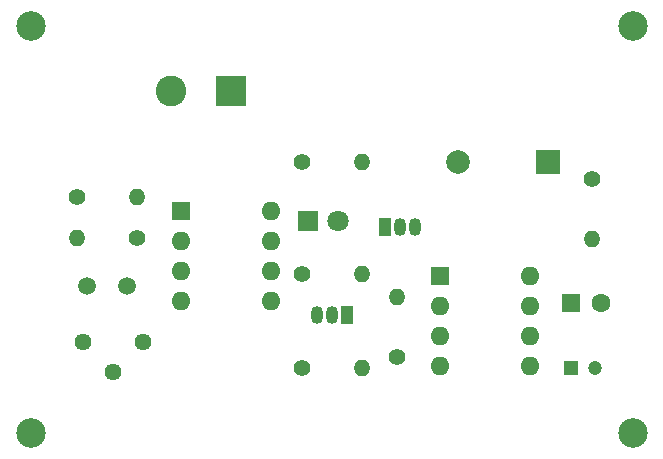
<source format=gbr>
%TF.GenerationSoftware,KiCad,Pcbnew,8.0.5*%
%TF.CreationDate,2025-01-04T17:35:11+03:00*%
%TF.ProjectId,Intruder_Alarm_with_LDR_and_Buzzer,496e7472-7564-4657-925f-416c61726d5f,v01*%
%TF.SameCoordinates,Original*%
%TF.FileFunction,Soldermask,Bot*%
%TF.FilePolarity,Negative*%
%FSLAX46Y46*%
G04 Gerber Fmt 4.6, Leading zero omitted, Abs format (unit mm)*
G04 Created by KiCad (PCBNEW 8.0.5) date 2025-01-04 17:35:11*
%MOMM*%
%LPD*%
G01*
G04 APERTURE LIST*
%ADD10R,1.050000X1.500000*%
%ADD11O,1.050000X1.500000*%
%ADD12R,2.000000X2.000000*%
%ADD13C,2.000000*%
%ADD14C,1.400000*%
%ADD15O,1.400000X1.400000*%
%ADD16C,2.500000*%
%ADD17C,1.440000*%
%ADD18R,2.600000X2.600000*%
%ADD19C,2.600000*%
%ADD20R,1.600000X1.600000*%
%ADD21C,1.600000*%
%ADD22C,1.500000*%
%ADD23O,1.600000X1.600000*%
%ADD24R,1.800000X1.800000*%
%ADD25C,1.800000*%
%ADD26R,1.200000X1.200000*%
%ADD27C,1.200000*%
G04 APERTURE END LIST*
D10*
%TO.C,Q1*%
X159000000Y-74500000D03*
D11*
X160270000Y-74500000D03*
X161540000Y-74500000D03*
%TD*%
D12*
%TO.C,Buzzer*%
X172800000Y-69000000D03*
D13*
X165200000Y-69000000D03*
%TD*%
D14*
%TO.C,R2*%
X132920000Y-72000000D03*
D15*
X138000000Y-72000000D03*
%TD*%
D16*
%TO.C,H2*%
X180000000Y-57500000D03*
%TD*%
D10*
%TO.C,Q2*%
X155770000Y-82000000D03*
D11*
X154500000Y-82000000D03*
X153230000Y-82000000D03*
%TD*%
D14*
%TO.C,R4*%
X151960000Y-69000000D03*
D15*
X157040000Y-69000000D03*
%TD*%
D14*
%TO.C,R5*%
X151960000Y-78500000D03*
D15*
X157040000Y-78500000D03*
%TD*%
D17*
%TO.C,POT*%
X138525000Y-84275000D03*
X135985000Y-86815000D03*
X133445000Y-84275000D03*
%TD*%
D18*
%TO.C,BAT+*%
X146000000Y-63000000D03*
D19*
X140920000Y-63000000D03*
%TD*%
D14*
%TO.C,R7*%
X160000000Y-85540000D03*
D15*
X160000000Y-80460000D03*
%TD*%
D20*
%TO.C,C1*%
X174794888Y-81000000D03*
D21*
X177294888Y-81000000D03*
%TD*%
D22*
%TO.C,LDR*%
X133800000Y-79500000D03*
X137200000Y-79500000D03*
%TD*%
D16*
%TO.C,H4*%
X129000000Y-92000000D03*
%TD*%
D14*
%TO.C,R6*%
X151960000Y-86500000D03*
D15*
X157040000Y-86500000D03*
%TD*%
D16*
%TO.C,H3*%
X180000000Y-92000000D03*
%TD*%
D20*
%TO.C,CA3080*%
X141700000Y-73200000D03*
D23*
X141700000Y-75740000D03*
X141700000Y-78280000D03*
X141700000Y-80820000D03*
X149320000Y-80820000D03*
X149320000Y-78280000D03*
X149320000Y-75740000D03*
X149320000Y-73200000D03*
%TD*%
D20*
%TO.C,555*%
X163700000Y-78700000D03*
D23*
X163700000Y-81240000D03*
X163700000Y-83780000D03*
X163700000Y-86320000D03*
X171320000Y-86320000D03*
X171320000Y-83780000D03*
X171320000Y-81240000D03*
X171320000Y-78700000D03*
%TD*%
D24*
%TO.C,LED*%
X152500000Y-74000000D03*
D25*
X155040000Y-74000000D03*
%TD*%
D16*
%TO.C,H1*%
X129000000Y-57500000D03*
%TD*%
D26*
%TO.C,C2*%
X174794888Y-86500000D03*
D27*
X176794888Y-86500000D03*
%TD*%
D14*
%TO.C,R8*%
X176500000Y-70500000D03*
D15*
X176500000Y-75580000D03*
%TD*%
D14*
%TO.C,R3*%
X138000000Y-75500000D03*
D15*
X132920000Y-75500000D03*
%TD*%
M02*

</source>
